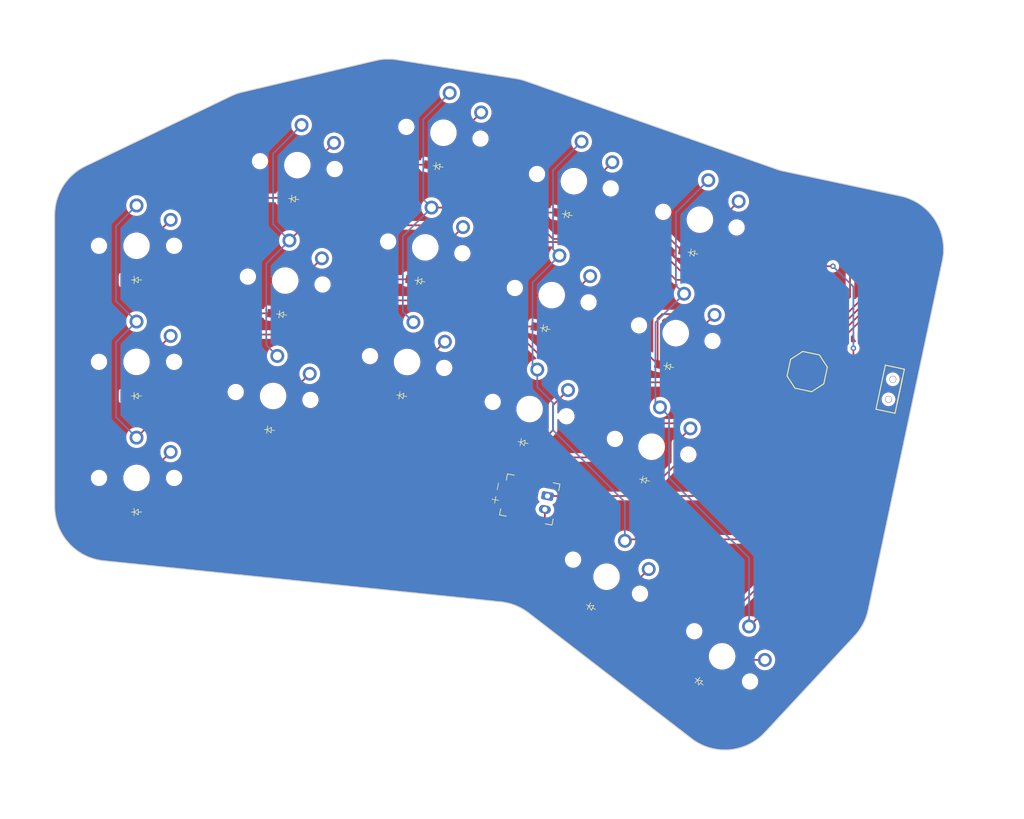
<source format=kicad_pcb>
(kicad_pcb (version 20241229) (generator "pcbnew") (generator_version "9.0")
  (title_block (title "splave-ferris_choc_v1_left") (rev "v1.0.0") (company "Unknown"))
  (layers (0 "F.Cu" signal) (2 "B.Cu" signal) (13 "F.Paste" user) (15 "B.Paste" user) (5 "F.SilkS" user "F.Silkscreen") (7 "B.SilkS" user "B.Silkscreen") (1 "F.Mask" user) (3 "B.Mask" user) (25 "Edge.Cuts" user))
  (net 0 "")
  (net 1 "D4")
  (net 2 "pinky_bottom")
  (net 3 "GND")
  (net 4 "D1")
  (net 5 "D2")
  (net 6 "pinky_home")
  (net 7 "pinky_top")
  (net 8 "ring_bottom")
  (net 9 "ring_home")
  (net 10 "ring_top")
  (net 11 "middle_bottom")
  (net 12 "middle_home")
  (net 13 "middle_top")
  (net 14 "D10")
  (net 15 "index_bottom")
  (net 16 "index_home")
  (net 17 "index_top")
  (net 18 "D8")
  (net 19 "inner_bottom")
  (net 20 "inner_home")
  (net 21 "inner_top")
  (net 22 "near_fan")
  (net 23 "far_fan")
  (net 24 "D5")
  (net 25 "D3")
  (net 26 "D0")
  (net 27 "D9")
  (net 28 "D6")
  (net 29 "D7")
  (net 30 "RAW3V3")
  (net 31 "RAW5V")
  (net 32 "CLK")
  (net 33 "DIO")
  (net 34 "RST")
  (net 35 "BAT")
  (net 36 "NFC1")
  (net 37 "NFC2")
  (net 38 "BATCON")
  (footprint "E73:SPDT_C128955" (layer "F.Cu") (at 210.459494 87.024253 -102)
    (property "Reference" "T1" (hide yes))
    (property "Value" "" (hide yes))
    (pad "" smd rect (at -3.7 -1.1 258) (size 0.9 0.9) (layers "F.Cu" "F.Mask" "F.Paste"))
    (pad "" smd rect (at -3.7 1.1 258) (size 0.9 0.9) (layers "F.Cu" "F.Mask" "F.Paste"))
    (pad "" np_thru_hole circle (at -1.5 -0.000002) (size 1 1) (drill 0.9) (layers "*.Cu" "*.Mask"))
    (pad "" np_thru_hole circle (at 1.5 0.000002) (size 1 1) (drill 0.9) (layers "*.Cu" "*.Mask"))
    (pad "" smd rect (at 3.7 -1.1 258) (size 0.9 0.9) (layers "F.Cu" "F.Mask" "F.Paste"))
    (pad "" smd rect (at 3.7 1.1 258) (size 0.9 0.9) (layers "F.Cu" "F.Mask" "F.Paste"))
    (pad "1" smd rect (at 2.25 2.075 258) (size 0.9 1.25) (layers "F.Cu" "F.Mask" "F.Paste") (net 38 "BATCON"))
    (pad "2" smd rect (at -0.749998 2.075 258) (size 0.9 1.25) (layers "F.Cu" "F.Mask" "F.Paste") (net 35 "BAT"))
    (pad "3" smd rect (at -2.25 2.075 258) (size 0.9 1.25) (layers "F.Cu" "F.Mask" "F.Paste"))
  )
  (footprint "E73:SW_TACT_ALPS_SKQGABE010" (layer "F.Cu") (at 198.232649 84.425356 -102)
    (property "Reference" "B1" (hide yes))
    (property "Value" "" (hide yes))
    (pad "1" smd rect (at -3.1 -1.85 258) (size 1.8 1.1) (layers "F.Cu" "F.Mask" "F.Paste") (net 3 "GND"))
    (pad "1" smd rect (at 3.1 -1.85 258) (size 1.8 1.1) (layers "F.Cu" "F.Mask" "F.Paste") (net 3 "GND"))
    (pad "2" smd rect (at -3.1 1.85 258) (size 1.8 1.1) (layers "F.Cu" "F.Mask" "F.Paste") (net 34 "RST"))
    (pad "2" smd rect (at 3.1 1.85 258) (size 1.8 1.1) (layers "F.Cu" "F.Mask" "F.Paste") (net 34 "RST"))
  )
  (footprint "ceoloide:diode_tht_sod123" (layer "F.Cu") (at 156.616373 94.824245 -11)
    (property "Reference" "D10" (hide yes))
    (property "Value" "")
    (pad "1" smd rect (at -1.65 0 349) (size 0.9 1.2) (layers "F.Cu" "F.Mask" "F.Paste") (net 24 "D5"))
    (pad "2" smd rect (at 1.65 0 349) (size 0.9 1.2) (layers "F.Cu" "F.Mask" "F.Paste") (net 15 "index_bottom"))
  )
  (footprint "ceoloide:diode_tht_sod123" (layer "F.Cu") (at 121.254342 76.065737 -6)
    (property "Reference" "D5" (hide yes))
    (property "Value" "")
    (pad "1" smd rect (at -1.65 0 354) (size 0.9 1.2) (layers "F.Cu" "F.Mask" "F.Paste") (net 25 "D3"))
    (pad "2" smd rect (at 1.65 0 354) (size 0.9 1.2) (layers "F.Cu" "F.Mask" "F.Paste") (net 9 "ring_home"))
  )
  (footprint "ceoloide:diode_tht_sod123" (layer "F.Cu") (at 177.942006 83.690639 -12)
    (property "Reference" "D14" (hide yes))
    (property "Value" "")
    (pad "1" smd rect (at -1.65 0 348) (size 0.9 1.2) (layers "F.Cu" "F.Mask" "F.Paste") (net 25 "D3"))
    (pad "2" smd rect (at 1.65 0 348) (size 0.9 1.2) (layers "F.Cu" "F.Mask" "F.Paste") (net 20 "inner_home"))
  )
  (footprint "xiao_smd" (layer "F.Cu") (at 204.493679 69.39873 -12)
    (property "Reference" "MCU1" (hide yes))
    (property "Value" "")
    (pad "1" smd oval (at -7.62 -7.62 168) (size 2.75 1.8) (drill (offset 0.475 0)) (layers "F.Cu" "F.Mask" "F.Paste") (net 26 "D0"))
    (pad "2" smd oval (at -7.62 -5.08 168) (size 2.75 1.8) (drill (offset 0.475 0)) (layers "F.Cu" "F.Mask" "F.Paste") (net 4 "D1"))
    (pad "3" smd oval (at -7.62 -2.54 168) (size 2.75 1.8) (drill (offset 0.475 0)) (layers "F.Cu" "F.Mask" "F.Paste") (net 5 "D2"))
    (pad "4" smd oval (at -7.62 0 168) (size 2.75 1.8) (drill (offset 0.475 0)) (layers "F.Cu" "F.Mask" "F.Paste") (net 25 "D3"))
    (pad "5" smd oval (at -7.62 2.54 168) (size 2.75 1.8) (drill (offset 0.475 0)) (layers "F.Cu" "F.Mask" "F.Paste") (net 1 "D4"))
    (pad "6" smd oval (at -7.62 5.08 168) (size 2.75 1.8) (drill (offset 0.475 0)) (layers "F.Cu" "F.Mask" "F.Paste") (net 24 "D5"))
    (pad "7" smd oval (at -7.62 7.62 168) (size 2.75 1.8) (drill (offset 0.475 0)) (layers "F.Cu" "F.Mask" "F.Paste") (net 28 "D6"))
    (pad "8" smd oval (at 7.62 7.62 348) (size 2.75 1.8) (drill (offset 0.475 0)) (layers "F.Cu" "F.Mask" "F.Paste") (net 29 "D7"))
    (pad "9" smd oval (at 7.62 5.08 348) (size 2.75 1.8) (drill (offset 0.475 0)) (layers "F.Cu" "F.Mask" "F.Paste") (net 18 "D8"))
    (pad "10" smd oval (at 7.62 2.54 348) (size 2.75 1.8) (drill (offset 0.475 0)) (layers "F.Cu" "F.Mask" "F.Paste") (net 27 "D9"))
    (pad "11" smd oval (at 7.62 0 348) (size 2.75 1.8) (drill (offset 0.475 0)) (layers "F.Cu" "F.Mask" "F.Paste") (net 14 "D10"))
    (pad "12" smd oval (at 7.62 -2.54 348) (size 2.75 1.8) (drill (offset 0.475 0)) (layers "F.Cu" "F.Mask" "F.Paste") (net 30 "RAW3V3"))
    (pad "13" smd oval (at 7.62 -5.08 348) (size 2.75 1.8) (drill (offset 0.475 0)) (layers "F.Cu" "F.Mask" "F.Paste") (net 3 "GND"))
    (pad "14" smd oval (at 7.62 -7.62 348) (size 2.75 1.8) (drill (offset 0.475 0)) (layers "F.Cu" "F.Mask" "F.Paste") (net 31 "RAW5V"))
    (pad "15" smd circle (at -1.27 -8.572 78) (size 1.397 1.397) (layers "F.Cu" "F.Mask") (net 32 "CLK"))
    (pad "16" smd circle (at 1.27 -8.572 78) (size 1.397 1.397) (layers "F.Cu" "F.Mask") (net 33 "DIO"))
    (pad "17" smd circle (at -1.27 -6.032 78) (size 1.397 1.397) (layers "F.Cu" "F.Mask" "F.Paste") (net 34 "RST"))
    (pad "18" smd circle (at 1.27 -6.032 78) (size 1.397 1.397) (layers "F.Cu" "F.Mask"))
    (pad "19" smd circle (at -4.445 -0.317 168) (size 1.397 1.397) (layers "F.Cu" "F.Mask" "F.Paste") (net 35 "BAT"))
    (pad "20" smd circle (at 3.810001 9.208 168) (size 1.397 1.397) (layers "F.Cu" "F.Mask") (net 36 "NFC1"))
    (pad "21" smd circle (at 5.715 9.208 168) (size 1.397 1.397) (layers "F.Cu" "F.Mask") (net 37 "NFC2"))
  )
  (footprint "ceoloide:diode_tht_sod123" (layer "F.Cu") (at 181.476505 67.06213 -12)
    (property "Reference" "D15" (hide yes))
    (property "Value" "")
    (pad "1" smd rect (at -1.65 0 348) (size 0.9 1.2) (layers "F.Cu" "F.Mask" "F.Paste") (net 26 "D0"))
    (pad "2" smd rect (at 1.65 0 348) (size 0.9 1.2) (layers "F.Cu" "F.Mask" "F.Paste") (net 21 "inner_top"))
  )
  (footprint "ceoloide:diode_tht_sod123" (layer "F.Cu") (at 163.103879 61.448921 -11)
    (property "Reference" "D12" (hide yes))
    (property "Value" "")
    (pad "1" smd rect (at -1.65 0 349) (size 0.9 1.2) (layers "F.Cu" "F.Mask" "F.Paste") (net 26 "D0"))
    (pad "2" smd rect (at 1.65 0 349) (size 0.9 1.2) (layers "F.Cu" "F.Mask" "F.Paste") (net 17 "index_top"))
  )
  (footprint "ceoloide:diode_tht_sod123" (layer "F.Cu") (at 159.860126 78.136583 -11)
    (property "Reference" "D11" (hide yes))
    (property "Value" "")
    (pad "1" smd rect (at -1.65 0 349) (size 0.9 1.2) (layers "F.Cu" "F.Mask" "F.Paste") (net 25 "D3"))
    (pad "2" smd rect (at 1.65 0 349) (size 0.9 1.2) (layers "F.Cu" "F.Mask" "F.Paste") (net 16 "index_home"))
  )
  (footprint "ceoloide:battery_connector_jst_ph_2" (layer "F.Cu") (at 159.998037 103.631307 -101)
    (property "Reference" "JST1" (hide yes))
    (property "Value" "")
    (pad "1" thru_hole roundrect (at -1 0 259) (size 1.2 1.75) (drill 0.75) (layers "*.Cu" "*.Mask") (roundrect_rratio 0.2) (net 3 "GND"))
    (pad "2" thru_hole oval (at 1 0 259) (size 1.2 1.75) (drill 0.75) (layers "*.Cu" "*.Mask") (net 38 "BATCON"))
  )
  (footprint "ceoloide:diode_tht_sod123" (layer "F.Cu") (at 100 105)
    (property "Reference" "D1" (hide yes))
    (property "Value" "")
    (pad "1" smd rect (at -1.65 0) (size 0.9 1.2) (layers "F.Cu" "F.Mask" "F.Paste") (net 24 "D5"))
    (pad "2" smd rect (at 1.65 0) (size 0.9 1.2) (layers "F.Cu" "F.Mask" "F.Paste") (net 2 "pinky_bottom"))
  )
  (footprint "ceoloide:diode_tht_sod123" (layer "F.Cu") (at 123.031326 59.158865 -6)
    (property "Reference" "D6" (hide yes))
    (property "Value" "")
    (pad "1" smd rect (at -1.65 0 354) (size 0.9 1.2) (layers "F.Cu" "F.Mask" "F.Paste") (net 26 "D0"))
    (pad "2" smd rect (at 1.65 0 354) (size 0.9 1.2) (layers "F.Cu" "F.Mask" "F.Paste") (net 10 "ring_top"))
  )
  (footprint "ceoloide:diode_tht_sod123" (layer "F.Cu") (at 100 88)
    (property "Reference" "D2" (hide yes))
    (property "Value" "")
    (pad "1" smd rect (at -1.65 0) (size 0.9 1.2) (layers "F.Cu" "F.Mask" "F.Paste") (net 25 "D3"))
    (pad "2" smd rect (at 1.65 0) (size 0.9 1.2) (layers "F.Cu" "F.Mask" "F.Paste") (net 6 "pinky_home"))
  )
  (footprint "ceoloide:diode_tht_sod123" (layer "F.Cu") (at 182.427101 129.852818 -42)
    (property "Reference" "D17" (hide yes))
    (property "Value" "")
    (pad "1" smd rect (at -1.65 0 318) (size 0.9 1.2) (layers "F.Cu" "F.Mask" "F.Paste") (net 27 "D9"))
    (pad "2" smd rect (at 1.65 0 318) (size 0.9 1.2) (layers "F.Cu" "F.Mask" "F.Paste") (net 23 "far_fan"))
  )
  (footprint "ceoloide:diode_tht_sod123" (layer "F.Cu") (at 144.164215 54.381426 -9)
    (property "Reference" "D9" (hide yes))
    (property "Value" "")
    (pad "1" smd rect (at -1.65 0 351) (size 0.9 1.2) (layers "F.Cu" "F.Mask" "F.Paste") (net 26 "D0"))
    (pad "2" smd rect (at 1.65 0 351) (size 0.9 1.2) (layers "F.Cu" "F.Mask" "F.Paste") (net 13 "middle_top"))
  )
  (footprint "ceoloide:diode_tht_sod123" (layer "F.Cu") (at 141.504829 71.172127 -9)
    (property "Reference" "D8" (hide yes))
    (property "Value" "")
    (pad "1" smd rect (at -1.65 0 351) (size 0.9 1.2) (layers "F.Cu" "F.Mask" "F.Paste") (net 25 "D3"))
    (pad "2" smd rect (at 1.65 0 351) (size 0.9 1.2) (layers "F.Cu" "F.Mask" "F.Paste") (net 12 "middle_home"))
  )
  (footprint "ceoloide:diode_tht_sod123" (layer "F.Cu") (at 100 71)
    (property "Reference" "D3" (hide yes))
    (property "Value" "")
    (pad "1" smd rect (at -1.65 0) (size 0.9 1.2) (layers "F.Cu" "F.Mask" "F.Paste") (net 26 "D0"))
    (pad "2" smd rect (at 1.65 0) (size 0.9 1.2) (layers "F.Cu" "F.Mask" "F.Paste") (net 7 "pinky_top"))
  )
  (footprint "ceoloide:diode_tht_sod123" (layer "F.Cu") (at 166.573511 118.926616 -27)
    (property "Reference" "D16" (hide yes))
    (property "Value" "")
    (pad "1" smd rect (at -1.65 0 333) (size 0.9 1.2) (layers "F.Cu" "F.Mask" "F.Paste") (net 27 "D9"))
    (pad "2" smd rect (at 1.65 0 333) (size 0.9 1.2) (layers "F.Cu" "F.Mask" "F.Paste") (net 22 "near_fan"))
  )
  (footprint "ceoloide:diode_tht_sod123" (layer "F.Cu") (at 174.407507 100.319148 -12)
    (property "Reference" "D13" (hide yes))
    (property "Value" "")
    (pad "1" smd rect (at -1.65 0 348) (size 0.9 1.2) (layers "F.Cu" "F.Mask" "F.Paste") (net 24 "D5"))
    (pad "2" smd rect (at 1.65 0 348) (size 0.9 1.2) (layers "F.Cu" "F.Mask" "F.Paste") (net 19 "inner_bottom"))
  )
  (footprint "ceoloide:diode_tht_sod123" (layer "F.Cu") (at 119.477358 92.97261 -6)
    (property "Reference" "D4" (hide yes))
    (property "Value" "")
    (pad "1" smd rect (at -1.65 0 354) (size 0.9 1.2) (layers "F.Cu" "F.Mask" "F.Paste") (net 24 "D5"))
    (pad "2" smd rect (at 1.65 0 354) (size 0.9 1.2) (layers "F.Cu" "F.Mask" "F.Paste") (net 8 "ring_bottom"))
  )
  (footprint "ceoloide:diode_tht_sod123" (layer "F.Cu") (at 138.845443 87.962829 -9)
    (property "Reference" "D7" (hide yes))
    (property "Value" "")
    (pad "1" smd rect (at -1.65 0 351) (size 0.9 1.2) (layers "F.Cu" "F.Mask" "F.Paste") (net 24 "D5"))
    (pad "2" smd rect (at 1.65 0 351) (size 0.9 1.2) (layers "F.Cu" "F.Mask" "F.Paste") (net 11 "middle_bottom"))
  )
  (footprint "ceoloide:switch_choc_v1_v2" (layer "B.Cu") (at 157.570418 89.916109 -11)
    (property "Reference" "S10" (hide yes))
    (property "Value" "")
    (pad "" np_thru_hole circle (at -5.5 0.000002 349) (size 1.9 1.9) (drill 1.9) (layers "*.Cu" "*.Mask"))
    (pad "" np_thru_hole circle (at 0 0 349) (size 3.4 3.4) (drill 3.4) (layers "*.Cu" "*.Mask"))
    (pad "" np_thru_hole circle (at 5.5 -0.000002 349) (size 1.9 1.9) (drill 1.9) (layers "*.Cu" "*.Mask"))
    (pad "1" thru_hole circle (at 5 -3.8 184) (size 2.032 2.032) (drill 1.27) (layers "*.Cu" "*.Mask") (net 15 "index_bottom"))
    (pad "2" thru_hole circle (at 0 -5.9 184) (size 2.032 2.032) (drill 1.27) (layers "*.Cu" "*.Mask") (net 14 "D10"))
  )
  (footprint "ceoloide:switch_choc_v1_v2" (layer "B.Cu") (at 175.447066 95.42841 -12)
    (property "Reference" "S13" (hide yes))
    (property "Value" "")
    (pad "" np_thru_hole circle (at -5.5 0 348) (size 1.9 1.9) (drill 1.9) (layers "*.Cu" "*.Mask"))
    (pad "" np_thru_hole circle (at 0 0 348) (size 3.4 3.4) (drill 3.4) (layers "*.Cu" "*.Mask"))
    (pad "" np_thru_hole circle (at 5.5 0 348) (size 1.9 1.9) (drill 1.9) (layers "*.Cu" "*.Mask"))
    (pad "1" thru_hole circle (at 5 -3.799999 183) (size 2.032 2.032) (drill 1.27) (layers "*.Cu" "*.Mask") (net 19 "inner_bottom"))
    (pad "2" thru_hole circle (at 0 -5.9 183) (size 2.032 2.032) (drill 1.27) (layers "*.Cu" "*.Mask") (net 18 "D8"))
  )
  (footprint "ceoloide:switch_choc_v1_v2" (layer "B.Cu") (at 144.946387 49.442984 -9)
    (property "Reference" "S9" (hide yes))
    (property "Value" "")
    (pad "" np_thru_hole circle (at -5.5 0 351) (size 1.9 1.9) (drill 1.9) (layers "*.Cu" "*.Mask"))
    (pad "" np_thru_hole circle (at 0 0 351) (size 3.4 3.4) (drill 3.4) (layers "*.Cu" "*.Mask"))
    (pad "" np_thru_hole circle (at 5.5 0 351) (size 1.9 1.9) (drill 1.9) (layers "*.Cu" "*.Mask"))
    (pad "1" thru_hole circle (at 5 -3.8 186) (size 2.032 2.032) (drill 1.27) (layers "*.Cu" "*.Mask") (net 13 "middle_top"))
    (pad "2" thru_hole circle (at 0 -5.9 186) (size 2.032 2.032) (drill 1.27) (layers "*.Cu" "*.Mask") (net 4 "D1"))
  )
  (footprint "ceoloide:switch_choc_v1_v2" (layer "B.Cu") (at 185.772754 126.137094 -42)
    (property "Reference" "S17" (hide yes))
    (property "Value" "")
    (pad "" np_thru_hole circle (at -5.5 0.000001 318) (size 1.9 1.9) (drill 1.9) (layers "*.Cu" "*.Mask"))
    (pad "" np_thru_hole circle (at 0 0 318) (size 3.4 3.4) (drill 3.4) (layers "*.Cu" "*.Mask"))
    (pad "" np_thru_hole circle (at 5.5 -0.000001 318) (size 1.9 1.9) (drill 1.9) (layers "*.Cu" "*.Mask"))
    (pad "1" thru_hole circle (at 5 -3.799999 153) (size 2.032 2.032) (drill 1.27) (layers "*.Cu" "*.Mask") (net 23 "far_fan"))
    (pad "2" thru_hole circle (at 0.000001 -5.9 153) (size 2.032 2.032) (drill 1.27) (layers "*.Cu" "*.Mask") (net 18 "D8"))
  )
  (footprint "ceoloide:switch_choc_v1_v2" (layer "B.Cu") (at 100 83)
    (property "Reference" "S2" (hide yes))
    (property "Value" "")
    (pad "" np_thru_hole circle (at -5.5 0) (size 1.9 1.9) (drill 1.9) (layers "*.Cu" "*.Mask"))
    (pad "" np_thru_hole circle (at 0 0) (size 3.4 3.4) (drill 3.4) (layers "*.Cu" "*.Mask"))
    (pad "" np_thru_hole circle (at 5.5 0) (size 1.9 1.9) (drill 1.9) (layers "*.Cu" "*.Mask"))
    (pad "1" thru_hole circle (at 5 -3.8 195) (size 2.032 2.032) (drill 1.27) (layers "*.Cu" "*.Mask") (net 6 "pinky_home"))
    (pad "2" thru_hole circle (at 0 -5.9 195) (size 2.032 2.032) (drill 1.27) (layers "*.Cu" "*.Mask") (net 1 "D4"))
  )
  (footprint "ceoloide:switch_choc_v1_v2" (layer "B.Cu") (at 100 100)
    (property "Reference" "S1" (hide yes))
    (property "Value" "")
    (pad "" np_thru_hole circle (at -5.5 0) (size 1.9 1.9) (drill 1.9) (layers "*.Cu" "*.Mask"))
    (pad "" np_thru_hole circle (at 0 0) (size 3.4 3.4) (drill 3.4) (layers "*.Cu" "*.Mask"))
    (pad "" np_thru_hole circle (at 5.5 0) (size 1.9 1.9) (drill 1.9) (layers "*.Cu" "*.Mask"))
    (pad "1" thru_hole circle (at 5 -3.8 195) (size 2.032 2.032) (drill 1.27) (layers "*.Cu" "*.Mask") (net 2 "pinky_bottom"))
    (pad "2" thru_hole circle (at 0 -5.9 195) (size 2.032 2.032) (drill 1.27) (layers "*.Cu" "*.Mask") (net 1 "D4"))
  )
  (footprint "ceoloide:switch_choc_v1_v2" (layer "B.Cu") (at 100 66)
    (property "Reference" "S3" (hide yes))
    (property "Value" "")
    (pad "" np_thru_hole circle (at -5.5 0) (size 1.9 1.9) (drill 1.9) (layers "*.Cu" "*.Mask"))
    (pad "" np_thru_hole circle (at 0 0) (size 3.4 3.4) (drill 3.4) (layers "*.Cu" "*.Mask"))
    (pad "" np_thru_hole circle (at 5.5 0) (size 1.9 1.9) (drill 1.9) (layers "*.Cu" "*.Mask"))
    (pad "1" thru_hole circle (at 5 -3.8 195) (size 2.032 2.032) (drill 1.27) (layers "*.Cu" "*.Mask") (net 7 "pinky_top"))
    (pad "2" thru_hole circle (at 0 -5.9 195) (size 2.032 2.032) (drill 1.27) (layers "*.Cu" "*.Mask") (net 1 "D4"))
  )
  (footprint "ceoloide:switch_choc_v1_v2" (layer "B.Cu") (at 160.814171 73.228447 -11)
    (property "Reference" "S11" (hide yes))
    (property "Value" "")
    (pad "" np_thru_hole circle (at -5.5 0.000002 349) (size 1.9 1.9) (drill 1.9) (layers "*.Cu" "*.Mask"))
    (pad "" np_thru_hole circle (at 0 0 349) (size 3.4 3.4) (drill 3.4) (layers "*.Cu" "*.Mask"))
    (pad "" np_thru_hole circle (at 5.5 -0.000002 349) (size 1.9 1.9) (drill 1.9) (layers "*.Cu" "*.Mask"))
    (pad "1" thru_hole circle (at 5 -3.8 184) (size 2.032 2.032) (drill 1.27) (layers "*.Cu" "*.Mask") (net 16 "index_home"))
    (pad "2" thru_hole circle (at 0 -5.9 184) (size 2.032 2.032) (drill 1.27) (layers "*.Cu" "*.Mask") (net 14 "D10"))
  )
  (footprint "ceoloide:switch_choc_v1_v2" (layer "B.Cu") (at 142.287001 66.233686 -9)
    (property "Reference" "S8" (hide yes))
    (property "Value" "")
    (pad "" np_thru_hole circle (at -5.5 0 351) (size 1.9 1.9) (drill 1.9) (layers "*.Cu" "*.Mask"))
    (pad "" np_thru_hole circle (at 0 0 351) (size 3.4 3.4) (drill 3.4) (layers "*.Cu" "*.Mask"))
    (pad "" np_thru_hole circle (at 5.5 0 351) (size 1.9 1.9) (drill 1.9) (layers "*.Cu" "*.Mask"))
    (pad "1" thru_hole circle (at 5 -3.8 186) (size 2.032 2.032) (drill 1.27) (layers "*.Cu" "*.Mask") (net 12 "middle_home"))
    (pad "2" thru_hole circle (at 0 -5.9 186) (size 2.032 2.032) (drill 1.27) (layers "*.Cu" "*.Mask") (net 4 "D1"))
  )
  (footprint "ceoloide:switch_choc_v1_v2" (layer "B.Cu") (at 121.776984 71.093128 -6)
    (property "Reference" "S5" (hide yes))
    (property "Value" "")
    (pad "" np_thru_hole circle (at -5.5 0 354) (size 1.9 1.9) (drill 1.9) (layers "*.Cu" "*.Mask"))
    (pad "" np_thru_hole circle (at 0 0 354) (size 3.4 3.4) (drill 3.4) (layers "*.Cu" "*.Mask"))
    (pad "" np_thru_hole circle (at 5.5 0 354) (size 1.9 1.9) (drill 1.9) (layers "*.Cu" "*.Mask"))
    (pad "1" thru_hole circle (at 5 -3.8 189) (size 2.032 2.032) (drill 1.27) (layers "*.Cu" "*.Mask") (net 9 "ring_home"))
    (pad "2" thru_hole circle (at 0 -5.9 189) (size 2.032 2.032) (drill 1.27) (layers "*.Cu" "*.Mask") (net 5 "D2"))
  )
  (footprint "ceoloide:switch_choc_v1_v2" (layer "B.Cu") (at 182.516063 62.171392 -12)
    (property "Reference" "S15" (hide yes))
    (property "Value" "")
    (pad "" np_thru_hole circle (at -5.5 0 348) (size 1.9 1.9) (drill 1.9) (layers "*.Cu" "*.Mask"))
    (pad "" np_thru_hole circle (at 0 0 348) (size 3.4 3.4) (drill 3.4) (layers "*.Cu" "*.Mask"))
    (pad "" np_thru_hole circle (at 5.5 0 348) (size 1.9 1.9) (drill 1.9) (layers "*.Cu" "*.Mask"))
    (pad "1" thru_hole circle (at 5 -3.799999 183) (size 2.032 2.032) (drill 1.27) (layers "*.Cu" "*.Mask") (net 21 "inner_top"))
    (pad "2" thru_hole circle (at 0 -5.9 183) (size 2.032 2.032) (drill 1.27) (layers "*.Cu" "*.Mask") (net 18 "D8"))
  )
  (footprint "ceoloide:switch_choc_v1_v2" (layer "B.Cu") (at 139.627615 83.024388 -9)
    (property "Reference" "S7" (hide yes))
    (property "Value" "")
    (pad "" np_thru_hole circle (at -5.5 0 351) (size 1.9 1.9) (drill 1.9) (layers "*.Cu" "*.Mask"))
    (pad "" np_thru_hole circle (at 0 0 351) (size 3.4 3.4) (drill 3.4) (layers "*.Cu" "*.Mask"))
    (pad "" np_thru_hole circle (at 5.5 0 351) (size 1.9 1.9) (drill 1.9) (layers "*.Cu" "*.Mask"))
    (pad "1" thru_hole circle (at 5 -3.8 186) (size 2.032 2.032) (drill 1.27) (layers "*.Cu" "*.Mask") (net 11 "middle_bottom"))
    (pad "2" thru_hole circle (at 0 -5.9 186) (size 2.032 2.032) (drill 1.27) (layers "*.Cu" "*.Mask") (net 4 "D1"))
  )
  (footprint "ceoloide:switch_choc_v1_v2" (layer "B.Cu") (at 168.843463 114.471583 -27)
    (property "Reference" "S16" (hide yes))
    (property "Value" "")
    (pad "" np_thru_hole circle (at -5.5 0 333) (size 1.9 1.9) (drill 1.9) (layers "*.Cu" "*.Mask"))
    (pad "" np_thru_hole circle (at 0 0 333) (size 3.4 3.4) (drill 3.4) (layers "*.Cu" "*.Mask"))
    (pad "" np_thru_hole circle (at 5.5 0 333) (size 1.9 1.9) (drill 1.9) (layers "*.Cu" "*.Mask"))
    (pad "1" thru_hole circle (at 5.000001 -3.8 168) (size 2.032 2.032) (drill 1.27) (layers "*.Cu" "*.Mask") (net 22 "near_fan"))
    (pad "2" thru_hole circle (at 0 -5.9 168) (size 2.032 2.032) (drill 1.27) (layers "*.Cu" "*.Mask") (net 14 "D10"))
  )
  (footprint "ceoloide:switch_choc_v1_v2" (layer "B.Cu") (at 123.553968 54.186256 -6)
    (property "Reference" "S6" (hide yes))
    (property "Value" "")
    (pad "" np_thru_hole circle (at -5.5 0 354) (size 1.9 1.9) (drill 1.9) (layers "*.Cu" "*.Mask"))
    (pad "" np_thru_hole circle (at 0 0 354) (size 3.4 3.4) (drill 3.4) (layers "*.Cu" "*.Mask"))
    (pad "" np_thru_hole circle (at 5.5 0 354) (size 1.9 1.9) (drill 1.9) (layers "*.Cu" "*.Mask"))
    (pad "1" thru_hole circle (at 5 -3.8 189) (size 2.032 2.032) (drill 1.27) (layers "*.Cu" "*.Mask") (net 10 "ring_top"))
    (pad "2" thru_hole circle (at 0 -5.9 189) (size 2.032 2.032) (drill 1.27) (layers "*.Cu" "*.Mask") (net 5 "D2"))
  )
  (footprint "ceoloide:switch_choc_v1_v2" (layer "B.Cu") (at 120 88 -6)
    (property "Reference" "S4" (hide yes))
    (property "Value" "")
    (pad "" np_thru_hole circle (at -5.5 0 354) (size 1.9 1.9) (drill 1.9) (layers "*.Cu" "*.Mask"))
    (pad "" np_thru_hole circle (at 0 0 354) (size 3.4 3.4) (drill 3.4) (layers "*.Cu" "*.Mask"))
    (pad "" np_thru_hole circle (at 5.5 0 354) (size 1.9 1.9) (drill 1.9) (layers "*.Cu" "*.Mask"))
    (pad "1" thru_hole circle (at 5 -3.8 189) (size 2.032 2.032) (drill 1.27) (layers "*.Cu" "*.Mask") (net 8 "ring_bottom"))
    (pad "2" thru_hole circle (at 0 -5.9 189) (size 2.032 2.032) (drill 1.27) (layers "*.Cu" "*.Mask") (net 5 "D2"))
  )
  (footprint "ceoloide:switch_choc_v1_v2" (layer "B.Cu") (at 178.981565 78.799901 -12)
    (property "Reference" "S14" (hide yes))
    (property "Value" "")
    (pad "" np_thru_hole circle (at -5.5 0 348) (size 1.9 1.9) (drill 1.9) (layers "*.Cu" "*.Mask"))
    (pad "" np_thru_hole circle (at 0 0 348) (size 3.4 3.4) (drill 3.4) (layers "*.Cu" "*.Mask"))
    (pad "" np_thru_hole circle (at 5.5 0 348) (size 1.9 1.9) (drill 1.9) (layers "*.Cu" "*.Mask"))
    (pad "1" thru_hole circle (at 5 -3.799999 183) (size 2.032 2.032) (drill 1.27) (layers "*.Cu" "*.Mask") (net 20 "inner_home"))
    (pad "2" thru_hole circle (at 0 -5.9 183) (size 2.032 2.032) (drill 1.27) (layers "*.Cu" "*.Mask") (net 18 "D8"))
  )
  (footprint "ceoloide:switch_choc_v1_v2" (layer "B.Cu") (at 164.057924 56.540785 -11)
    (property "Reference" "S12" (hide yes))
    (property "Value" "")
    (pad "" np_thru_hole circle (at -5.5 0.000002 349) (size 1.9 1.9) (drill 1.9) (layers "*.Cu" "*.Mask"))
    (pad "" np_thru_hole circle (at 0 0 349) (size 3.4 3.4) (drill 3.4) (layers "*.Cu" "*.Mask"))
    (pad "" np_thru_hole circle (at 5.5 -0.000002 349) (size 1.9 1.9) (drill 1.9) (layers "*.Cu" "*.Mask"))
    (pad "1" thru_hole circle (at 5 -3.8 184) (size 2.032 2.032) (drill 1.27) (layers "*.Cu" "*.Mask") (net 17 "index_top"))
    (pad "2" thru_hole circle (at 0 -5.9 184) (size 2.032 2.032) (drill 1.27) (layers "*.Cu" "*.Mask") (net 14 "D10"))
  )
  (gr_line (start 153.359294 118.16229) (end 95.176688 112.142524) (stroke (width 0.15)) (layer "Edge.Cuts"))
  (gr_arc (start 194.775493 55.064978) (mid 194.277158 54.942223) (end 193.78772 54.787767) (stroke (width 0.15)) (layer "Edge.Cuts"))
  (gr_arc (start 135.019905 38.859172) (mid 136.561441 38.64967) (end 138.114378 38.742481) (stroke (width 0.15)) (layer "Edge.Cuts"))
  (gr_line (start 88 104.185002) (end 88 61.527372) (stroke (width 0.15)) (layer "Edge.Cuts"))
  (gr_line (start 218.041244 68.188992) (end 207.169828 119.334983) (stroke (width 0.15)) (layer "Edge.Cuts"))
  (gr_arc (start 192.029247 137.294288) (mid 186.829184 139.820854) (end 181.284484 138.183635) (stroke (width 0.15)) (layer "Edge.Cuts"))
  (gr_arc (start 113.81944 44.069653) (mid 114.617463 43.737295) (end 115.446688 43.492985) (stroke (width 0.15)) (layer "Edge.Cuts"))
  (gr_line (start 181.284484 138.183635) (end 157.420777 119.784295) (stroke (width 0.15)) (layer "Edge.Cuts"))
  (gr_arc (start 153.359294 118.16229) (mid 155.503025 118.690367) (end 157.420777 119.784295) (stroke (width 0.15)) (layer "Edge.Cuts"))
  (gr_line (start 205.204616 123.11786) (end 192.029247 137.294288) (stroke (width 0.15)) (layer "Edge.Cuts"))
  (gr_arc (start 87.999999 61.527372) (mid 89.226449 57.270727) (end 92.529755 54.319223) (stroke (width 0.15)) (layer "Edge.Cuts"))
  (gr_line (start 194.775493 55.064979) (end 211.879357 58.700517) (stroke (width 0.15)) (layer "Edge.Cuts"))
  (gr_arc (start 95.176688 112.142524) (mid 90.059188 109.54287) (end 88 104.185002) (stroke (width 0.15)) (layer "Edge.Cuts"))
  (gr_line (start 115.446688 43.492985) (end 135.019905 38.859172) (stroke (width 0.15)) (layer "Edge.Cuts"))
  (gr_line (start 92.529755 54.319223) (end 113.81944 44.069653) (stroke (width 0.15)) (layer "Edge.Cuts"))
  (gr_line (start 156.993179 41.864453) (end 193.78772 54.787767) (stroke (width 0.15)) (layer "Edge.Cuts"))
  (gr_arc (start 207.169828 119.334983) (mid 206.443828 121.359729) (end 205.204616 123.11786) (stroke (width 0.15)) (layer "Edge.Cuts"))
  (gr_line (start 138.114378 38.742481) (end 155.593589 41.510916) (stroke (width 0.15)) (layer "Edge.Cuts"))
  (gr_arc (start 211.879358 58.700518) (mid 216.925428 62.168587) (end 218.041244 68.188992) (stroke (width 0.15)) (layer "Edge.Cuts"))
  (gr_arc (start 155.593589 41.510916) (mid 156.301375 41.656051) (end 156.993179 41.864453) (stroke (width 0.15)) (layer "Edge.Cuts"))
  (segment (start 196.512099 70.298938) (end 193.701062 70.298938) (width 0.25) (layer "F.Cu") (net 1))
  (segment (start 187 77) (end 187 81) (width 0.25) (layer "F.Cu") (net 1))
  (segment (start 130 74) (end 125 79) (width 0.25) (layer "F.Cu") (net 1))
  (segment (start 193.701062 70.298938) (end 187 77) (width 0.25) (layer "F.Cu") (net 1))
  (segment (start 151 74) (end 130 74) (width 0.25) (layer "F.Cu") (net 1))
  (segment (start 182 86) (end 175 86) (width 0.25) (layer "F.Cu") (net 1))
  (segment (start 187 81) (end 182 86) (width 0.25) (layer "F.Cu") (net 1))
  (segment (start 171 82) (end 159 82) (width 0.25) (layer "F.Cu") (net 1))
  (segment (start 159 82) (end 151 74) (width 0.25) (layer "F.Cu") (net 1))
  (segment (start 115.1 79) (end 100 94.1) (width 0.25) (layer "F.Cu") (net 1))
  (segment (start 175 86) (end 171 82) (width 0.25) (layer "F.Cu") (net 1))
  (segment (start 125 79) (end 115.1 79) (width 0.25) (layer "F.Cu") (net 1))
  (segment (start 100 60.1) (end 97 63.1) (width 0.25) (layer "B.Cu") (net 1))
  (segment (start 97 80.1) (end 97 91.1) (width 0.25) (layer "B.Cu") (net 1))
  (segment (start 97 74.1) (end 100 77.1) (width 0.25) (layer "B.Cu") (net 1))
  (segment (start 100 77.1) (end 97 80.1) (width 0.25) (layer "B.Cu") (net 1))
  (segment (start 97 91.1) (end 100 94.1) (width 0.25) (layer "B.Cu") (net 1))
  (segment (start 97 63.1) (end 97 74.1) (width 0.25) (layer "B.Cu") (net 1))
  (segment (start 105 96.2) (end 103 98.2) (width 0.25) (layer "F.Cu") (net 2))
  (segment (start 103 103.65) (end 101.65 105) (width 0.25) (layer "F.Cu") (net 2))
  (segment (start 103 98.2) (end 103 103.65) (width 0.25) (layer "F.Cu") (net 2))
  (segment (start 210 70) (end 210 67) (width 0.25) (layer "F.Cu") (net 3))
  (segment (start 199.397696 87.84225) (end 199.397696 83.066787) (width 0.25) (layer "F.Cu") (net 3))
  (segment (start 199.397696 83.066787) (end 200.686748 81.777735) (width 0.25) (layer "F.Cu") (net 3))
  (segment (start 184.590266 102.64968) (end 199.397696 87.84225) (width 0.25) (layer "F.Cu") (net 3))
  (segment (start 200.686748 79.313252) (end 210 70) (width 0.25) (layer "F.Cu") (net 3))
  (segment (start 160.188846 102.64968) (end 184.590266 102.64968) (width 0.25) (layer "F.Cu") (net 3))
  (segment (start 210 67) (end 210.985973 66.014027) (width 0.25) (layer "F.Cu") (net 3))
  (segment (start 200.686748 81.777735) (end 200.686748 79.313252) (width 0.25) (layer "F.Cu") (net 3))
  (segment (start 210.985973 66.014027) (end 213.003355 66.014027) (width 0.25) (layer "F.Cu") (net 3))
  (segment (start 175 65) (end 161 65) (width 0.25) (layer "F.Cu") (net 4))
  (segment (start 187 70) (end 180 70) (width 0.25) (layer "F.Cu") (net 4))
  (segment (start 156.406325 60.406325) (end 143.209964 60.406325) (width 0.25) (layer "F.Cu") (net 4))
  (segment (start 194.154547 62.845453) (end 187 70) (width 0.25) (layer "F.Cu") (net 4))
  (segment (start 198.096386 62.845453) (end 194.154547 62.845453) (width 0.25) (layer "F.Cu") (net 4))
  (segment (start 161 65) (end 156.406325 60.406325) (width 0.25) (layer "F.Cu") (net 4))
  (segment (start 180 70) (end 175 65) (width 0.25) (layer "F.Cu") (net 4))
  (segment (start 145.86935 43.615623) (end 142 47.484973) (width 0.25) (layer "B.Cu") (net 4))
  (segment (start 139 64.616289) (end 139 75.646449) (width 0.25) (layer "B.Cu") (net 4))
  (segment (start 142 47.484973) (end 142 59.196361) (width 0.25) (layer "B.Cu") (net 4))
  (segment (start 139 75.646449) (end 140.550578 77.197027) (width 0.25) (layer "B.Cu") (net 4))
  (segment (start 143.209964 60.406325) (end 139 64.616289) (width 0.25) (layer "B.Cu") (net 4))
  (segment (start 142 59.196361) (end 143.209964 60.406325) (width 0.25) (layer "B.Cu") (net 4))
  (segment (start 159.451 65.451) (end 155 61) (width 0.25) (layer "F.Cu") (net 5))
  (segment (start 188 71) (end 179 71) (width 0.25) (layer "F.Cu") (net 5))
  (segment (start 124.619151 63) (end 122.393702 65.225449) (width 0.25) (layer "F.Cu") (net 5))
  (segment (start 155 61) (end 146 61) (width 0.25) (layer "F.Cu") (net 5))
  (segment (start 173.451 65.451) (end 159.451 65.451) (width 0.25) (layer "F.Cu") (net 5))
  (segment (start 144 63) (end 124.619151 63) (width 0.25) (layer "F.Cu") (net 5))
  (segment (start 193.670052 65.329948) (end 188 71) (width 0.25) (layer "F.Cu") (net 5))
  (segment (start 179 71) (end 173.451 65.451) (width 0.25) (layer "F.Cu") (net 5))
  (segment (start 146 61) (end 144 63) (width 0.25) (layer "F.Cu") (net 5))
  (segment (start 197.56829 65.329948) (end 193.670052 65.329948) (width 0.25) (layer "F.Cu") (net 5))
  (segment (start 120 62.831747) (end 122.393702 65.225449) (width 0.25) (layer "B.Cu") (net 5))
  (segment (start 124.170686 48.318577) (end 120 52.489263) (width 0.25) (layer "B.Cu") (net 5))
  (segment (start 119 68.619151) (end 119 80.515603) (width 0.25) (layer "B.Cu") (net 5))
  (segment (start 122.393702 65.225449) (end 119 68.619151) (width 0.25) (layer "B.Cu") (net 5))
  (segment (start 119 80.515603) (end 120.616718 82.132321) (width 0.25) (layer "B.Cu") (net 5))
  (segment (start 120 52.489263) (end 120 62.831747) (width 0.25) (layer "B.Cu") (net 5))
  (segment (start 103 81.2) (end 103 86.65) (width 0.25) (layer "F.Cu") (net 6))
  (segment (start 103 86.65) (end 101.65 88) (width 0.25) (layer "F.Cu") (net 6))
  (segment (start 105 79.2) (end 103 81.2) (width 0.25) (layer "F.Cu") (net 6))
  (segment (start 103 69.65) (end 101.65 71) (width 0.25) (layer "F.Cu") (net 7))
  (segment (start 103 64.2) (end 103 69.65) (width 0.25) (layer "F.Cu") (net 7))
  (segment (start 105 62.2) (end 103 64.2) (width 0.25) (layer "F.Cu") (net 7))
  (segment (start 125.369818 84.743459) (end 123 87.113277) (width 0.25) (layer "F.Cu") (net 8))
  (segment (start 123 92) (end 121.854918 93.145082) (width 0.25) (layer "F.Cu") (net 8))
  (segment (start 121.854918 93.145082) (end 121.118319 93.145082) (width 0.25) (layer "F.Cu") (net 8))
  (segment (start 123 87.113277) (end 123 92) (width 0.25) (layer "F.Cu") (net 8))
  (segment (start 125 74.133512) (end 122.895303 76.238209) (width 0.25) (layer "F.Cu") (net 9))
  (segment (start 125 69.983389) (end 125 74.133512) (width 0.25) (layer "F.Cu") (net 9))
  (segment (start 127.146802 67.836587) (end 125 69.983389) (width 0.25) (layer "F.Cu") (net 9))
  (segment (start 127 52.853501) (end 127 57.003624) (width 0.25) (layer "F.Cu") (net 10))
  (segment (start 128.923786 50.929715) (end 127 52.853501) (width 0.25) (layer "F.Cu") (net 10))
  (segment (start 127 57.003624) (end 124.672287 59.331337) (width 0.25) (layer "F.Cu") (net 10))
  (segment (start 143 86) (end 140.779054 88.220946) (width 0.25) (layer "F.Cu") (net 11))
  (segment (start 143 82.213853) (end 143 86) (width 0.25) (layer "F.Cu") (net 11))
  (segment (start 145.160508 80.053345) (end 143 82.213853) (width 0.25) (layer "F.Cu") (net 11))
  (segment (start 140.779054 88.220946) (end 140.475129 88.220946) (width 0.25) (layer "F.Cu") (net 11))
  (segment (start 145 66.082537) (end 145 69.564759) (width 0.25) (layer "F.Cu") (net 12))
  (segment (start 147.819894 63.262643) (end 145 66.082537) (width 0.25) (layer "F.Cu") (net 12))
  (segment (start 145 69.564759) (end 143.134515 71.430244) (width 0.25) (layer "F.Cu") (net 12))
  (segment (start 148 48.951221) (end 148 52.433444) (width 0.25) (layer "F.Cu") (net 13))
  (segment (start 148 52.433444) (end 145.793901 54.639543) (width 0.25) (layer "F.Cu") (net 13))
  (segment (start 150.47928 46.471941) (end 148 48.951221) (width 0.25) (layer "F.Cu") (net 13))
  (segment (start 210.016983 70.983017) (end 211.947164 70.983017) (width 0.25) (layer "F.Cu") (net 14))
  (segment (start 202 79) (end 210.016983 70.983017) (width 0.25) (layer "F.Cu") (net 14))
  (segment (start 195 109) (end 202 102) (width 0.25) (layer "F.Cu") (net 14))
  (segment (start 171.522007 109.214645) (end 171.736652 109) (width 0.25) (layer "F.Cu") (net 14))
  (segment (start 171.736652 109) (end 195 109) (width 0.25) (layer "F.Cu") (net 14))
  (segment (start 202 102) (end 202 79) (width 0.25) (layer "F.Cu") (net 14))
  (segment (start 161 93) (end 171.522007 103.522007) (width 0.25) (layer "B.Cu") (net 14))
  (segment (start 161.939944 67.436847) (end 158 71.376791) (width 0.25) (layer "B.Cu") (net 14))
  (segment (start 161 89) (end 161 93) (width 0.25) (layer "B.Cu") (net 14))
  (segment (start 165.183697 50.749185) (end 161 54.932882) (width 0.25) (layer "B.Cu") (net 14))
  (segment (start 158.696191 84.124509) (end 158.696191 86.696191) (width 0.25) (layer "B.Cu") (net 14))
  (segment (start 171.522007 103.522007) (end 171.522007 109.214645) (width 0.25) (layer "B.Cu") (net 14))
  (segment (start 161 54.932882) (end 161 66.496903) (width 0.25) (layer "B.Cu") (net 14))
  (segment (start 161 66.496903) (end 161.939944 67.436847) (width 0.25) (layer "B.Cu") (net 14))
  (segment (start 158 83.428318) (end 158.696191 84.124509) (width 0.25) (layer "B.Cu") (net 14))
  (segment (start 158.696191 86.696191) (end 161 89) (width 0.25) (layer "B.Cu") (net 14))
  (segment (start 158 71.376791) (end 158 83.428318) (width 0.25) (layer "B.Cu") (net 14))
  (segment (start 163.203628 87.139971) (end 161 89.343599) (width 0.25) (layer "F.Cu") (net 15))
  (segment (start 161 93) (end 158.86092 95.13908) (width 0.25) (layer "F.Cu") (net 15))
  (segment (start 158.86092 95.13908) (end 158.236058 95.13908) (width 0.25) (layer "F.Cu") (net 15))
  (segment (start 161 89.343599) (end 161 93) (width 0.25) (layer "F.Cu") (net 15))
  (segment (start 164 75.931229) (end 161.479811 78.451418) (width 0.25) (layer "F.Cu") (net 16))
  (segment (start 166.447381 70.452309) (end 164 72.89969) (width 0.25) (layer "F.Cu") (net 16))
  (segment (start 164 72.89969) (end 164 75.931229) (width 0.25) (layer "F.Cu") (net 16))
  (segment (start 169.691134 53.764647) (end 167 56.455781) (width 0.25) (layer "F.Cu") (net 17))
  (segment (start 167 59.48732) (end 164.723564 61.763756) (width 0.25) (layer "F.Cu") (net 17))
  (segment (start 167 56.455781) (end 167 59.48732) (width 0.25) (layer "F.Cu") (net 17))
  (segment (start 189.720625 121.75254) (end 204 107.473165) (width 0.25) (layer "F.Cu") (net 18))
  (segment (start 207.047993 75.952007) (end 210.890972 75.952007) (width 0.25) (layer "F.Cu") (net 18))
  (segment (start 204 107.473165) (end 204 79) (width 0.25) (layer "F.Cu") (net 18))
  (segment (start 204 79) (end 207.047993 75.952007) (width 0.25) (layer "F.Cu") (net 18))
  (segment (start 179 71.820586) (end 180.208244 73.02883) (width 0.25) (layer "B.Cu") (net 18))
  (segment (start 176 77.237074) (end 176 88.983594) (width 0.25) (layer "B.Cu") (net 18))
  (segment (start 176.673745 89.657339) (end 178 90.983594) (width 0.25) (layer "B.Cu") (net 18))
  (segment (start 178 100) (end 189.720625 111.720625) (width 0.25) (layer "B.Cu") (net 18))
  (segment (start 178 90.983594) (end 178 100) (width 0.25) (layer "B.Cu") (net 18))
  (segment (start 176 88.983594) (end 176.673745 89.657339) (width 0.25) (layer "B.Cu") (net 18))
  (segment (start 183.742742 56.400321) (end 179 61.143063) (width 0.25) (layer "B.Cu") (net 18))
  (segment (start 180.208244 73.02883) (end 176 77.237074) (width 0.25) (layer "B.Cu") (net 18))
  (segment (start 189.720625 111.720625) (end 189.720625 121.75254) (width 0.25) (layer "B.Cu") (net 18))
  (segment (start 179 61.143063) (end 179 71.820586) (width 0.25) (layer "B.Cu") (net 18))
  (segment (start 179 94.878876) (end 179 98) (width 0.25) (layer "F.Cu") (net 19))
  (segment (start 179 98) (end 176.337798 100.662202) (width 0.25) (layer "F.Cu") (net 19))
  (segment (start 176.337798 100.662202) (end 176.021451 100.662202) (width 0.25) (layer "F.Cu") (net 19))
  (segment (start 181.127868 92.751008) (end 179 94.878876) (width 0.25) (layer "F.Cu") (net 19))
  (segment (start 179.966307 84.033693) (end 179.55595 84.033693) (width 0.25) (layer "F.Cu") (net 20))
  (segment (start 184.662367 76.122499) (end 182 78.784866) (width 0.25) (layer "F.Cu") (net 20))
  (segment (start 182 78.784866) (end 182 82) (width 0.25) (layer "F.Cu") (net 20))
  (segment (start 182 82) (end 179.966307 84.033693) (width 0.25) (layer "F.Cu") (net 20))
  (segment (start 183.594816 67.405184) (end 183.090449 67.405184) (width 0.25) (layer "F.Cu") (net 21))
  (segment (start 188.196865 59.49399) (end 186 61.690855) (width 0.25) (layer "F.Cu") (net 21))
  (segment (start 186 61.690855) (end 186 65) (width 0.25) (layer "F.Cu") (net 21))
  (segment (start 186 65) (end 183.594816 67.405184) (width 0.25) (layer "F.Cu") (net 21))
  (segment (start 175.02366 113.355711) (end 168.703671 119.6757) (width 0.25) (layer "F.Cu") (net 22))
  (segment (start 168.703671 119.6757) (end 168.043672 119.6757) (width 0.25) (layer "F.Cu") (net 22))
  (segment (start 189.341203 126.658797) (end 185.043116 130.956884) (width 0.25) (layer "F.Cu") (net 23))
  (segment (start 192.031174 126.658797) (end 189.341203 126.658797) (width 0.25) (layer "F.Cu") (net 23))
  (segment (start 185.043116 130.956884) (end 183.65329 130.956884) (width 0.25) (layer "F.Cu") (net 23))
  (segment (start 157.487278 97) (end 169.817469 97) (width 0.25) (layer "F.Cu") (net 24))
  (segment (start 137.215757 87.704712) (end 129.295288 87.704712) (width 0.25) (layer "F.Cu") (net 24))
  (segment (start 98.35 105) (end 98.35 105.35) (width 0.25) (layer "F.Cu") (net 24))
  (segment (start 149 90) (end 153.50941 94.50941) (width 0.25) (layer "F.Cu") (net 24))
  (segment (start 179 92) (end 175 92) (width 0.25) (layer "F.Cu") (net 24))
  (segment (start 100 107) (end 102 107) (width 0.25) (layer "F.Cu") (net 24))
  (segment (start 98.35 105.35) (end 100 107) (width 0.25) (layer "F.Cu") (net 24))
  (segment (start 153.50941 94.50941) (end 154.996688 94.50941) (width 0.25) (layer "F.Cu") (net 24))
  (segment (start 129.295288 87.704712) (end 122 95) (width 0.25) (layer "F.Cu") (net 24))
  (segment (start 189 77) (end 189 82) (width 0.25) (layer "F.Cu") (net 24))
  (segment (start 122 95) (end 120.036259 95) (width 0.25) (layer "F.Cu") (net 24))
  (segment (start 175 92) (end 172.793563 94.206437) (width 0.25) (layer "F.Cu") (net 24))
  (segment (start 154.996688 94.50941) (end 157.487278 97) (width 0.25) (layer "F.Cu") (net 24))
  (segment (start 189 82) (end 179 92) (width 0.25) (layer "F.Cu") (net 24))
  (segment (start 102 107) (end 116.199862 92.800138) (width 0.25) (layer "F.Cu") (net 24))
  (segment (start 120.036259 95) (end 117.836397 92.800138) (width 0.25) (layer "F.Cu") (net 24))
  (segment (start 195.984003 72.783433) (end 193.216567 72.783433) (width 0.25) (layer "F.Cu") (net 24))
  (segment (start 172.793563 94.206437) (end 172.793563 99.976094) (width 0.25) (layer "F.Cu") (net 24))
  (segment (start 116.199862 92.800138) (end 117.836397 92.800138) (width 0.25) (layer "F.Cu") (net 24))
  (segment (start 193.216567 72.783433) (end 189 77) (width 0.25) (layer "F.Cu") (net 24))
  (segment (start 137.215757 87.704712) (end 139.511045 90) (width 0.25) (layer "F.Cu") (net 24))
  (segment (start 169.817469 97) (end 172.793563 99.976094) (width 0.25) (layer "F.Cu") (net 24))
  (segment (start 139.511045 90) (end 149 90) (width 0.25) (layer "F.Cu") (net 24))
  (segment (start 195.185557 67.814443) (end 190 73) (width 0.25) (layer "F.Cu") (net 25))
  (segment (start 172.980477 80) (end 176.328062 83.347585) (width 0.25) (layer "F.Cu") (net 25))
  (segment (start 98.35 89.35) (end 99 90) (width 0.25) (layer "F.Cu") (net 25))
  (segment (start 160.418693 80) (end 172.980477 80) (width 0.25) (layer "F.Cu") (net 25))
  (segment (start 141.961133 73) (end 152 73) (width 0.25) (layer "F.Cu") (net 25))
  (segment (start 181 76) (end 177 76) (width 0.25) (layer "F.Cu") (net 25))
  (segment (start 176.328062 76.671938) (end 176.328062 83.347585) (width 0.25) (layer "F.Cu") (net 25))
  (segment (start 139.875143 70.91401) (end 141.961133 73) (width 0.25) (layer "F.Cu") (net 25))
  (segment (start 139.875143 70.91401) (end 131.08599 70.91401) (width 0.25) (layer "F.Cu") (net 25))
  (segment (start 177 76) (end 176.328062 76.671938) (width 0.25) (layer "F.Cu") (net 25))
  (segment (start 184 73) (end 181 76) (width 0.25) (layer "F.Cu") (net 25))
  (segment (start 98.35 88) (end 98.35 89.35) (width 0.25) (layer "F.Cu") (net 25))
  (segment (start 156.821748 77.821748) (end 158.240441 77.821748) (width 0.25) (layer "F.Cu") (net 25))
  (segment (start 124 78) (end 121.720116 78) (width 0.25) (layer "F.Cu") (net 25))
  (segment (start 158.240441 77.821748) (end 160.418693 80) (width 0.25) (layer "F.Cu") (net 25))
  (segment (start 197.040194 67.814443) (end 195.185557 67.814443) (width 0.25) (layer "F.Cu") (net 25))
  (segment (start 152 73) (end 156.821748 77.821748) (width 0.25) (layer "F.Cu") (net 25))
  (segment (start 116.106735 75.893265) (end 119.613381 75.893265) (width 0.25) (layer "F.Cu") (net 25))
  (segment (start 190 73) (end 184 73) (width 0.25) (layer "F.Cu") (net 25))
  (segment (start 121.720116 78) (end 119.613381 75.893265) (width 0.25) (layer "F.Cu") (net 25))
  (segment (start 131.08599 70.91401) (end 124 78) (width 0.25) (layer "F.Cu") (net 25))
  (segment (start 102 90) (end 116.106735 75.893265) (width 0.25) (layer "F.Cu") (net 25))
  (segment (start 99 90) (end 102 90) (width 0.25) (layer "F.Cu") (net 25))
  (segment (start 123.403972 61) (end 121.390365 58.986393) (width 0.25) (layer "F.Cu") (net 26))
  (segment (start 132.876691 54.123309) (end 126 61) (width 0.25) (layer "F.Cu") (net 26))
  (segment (start 161.484194 61.134086) (end 164.350108 64) (width 0.25) (layer "F.Cu") (net 26))
  (segment (start 121.390365 58.986393) (end 116.013607 58.986393) (width 0.25) (layer "F.Cu") (net 26))
  (segment (start 164.350108 64) (end 177.143485 64) (width 0.25) (layer "F.Cu") (net 26))
  (segment (start 116.013607 58.986393) (end 102 73) (width 0.25) (layer "F.Cu") (net 26))
  (segment (start 126 61) (end 123.403972 61) (width 0.25) (layer "F.Cu") (net 26))
  (segment (start 194.639042 60.360958) (end 186 69) (width 0.25) (layer "F.Cu") (net 26))
  (segment (start 177.143485 64) (end 179.862561 66.719076) (width 0.25) (layer "F.Cu") (net 26))
  (segment (start 98.35 71.35) (end 98.35 71) (width 0.25) (layer "F.Cu") (net 26))
  (segment (start 159.134086 61.134086) (end 161.484194 61.134086) (width 0.25) (layer "F.Cu") (net 26))
  (segment (start 100 73) (end 98.35 71.35) (width 0.25) (layer "F.Cu") (net 26))
  (segment (start 145.41122 57) (end 155 57) (width 0.25) (layer "F.Cu") (net 26))
  (segment (start 198.624481 60.360958) (end 194.639042 60.360958) (width 0.25) (layer "F.Cu") (net 26))
  (segment (start 142.534529 54.123309) (end 132.876691 54.123309) (width 0.25) (layer "F.Cu") (net 26))
  (segment (start 182.143485 69) (end 179.862561 66.719076) (width 0.25) (layer "F.Cu") (net 26))
  (segment (start 102 73) (end 100 73) (width 0.25) (layer "F.Cu") (net 26))
  (segment (start 142.534529 54.123309) (end 145.41122 57) (width 0.25) (layer "F.Cu") (net 26))
  (segment (start 155 57) (end 159.134086 61.134086) (width 0.25) (layer "F.Cu") (net 26))
  (segment (start 186 69) (end 182.143485 69) (width 0.25) (layer "F.Cu") (net 26))
  (segment (start 165.10335 119.10335) (end 174.748752 128.748752) (width 0.25) (layer "F.Cu") (net 27))
  (segment (start 174.748752 128.748752) (end 181.200912 128.748752) (width 0.25) (layer "F.Cu") (net 27))
  (segment (start 208.532488 73.467512) (end 211.419068 73.467512) (width 0.25) (layer "F.Cu") (net 27))
  (segment (start 203 104) (end 203 79) (width 0.25) (layer "F.Cu") (net 27))
  (segment (start 165.10335 118.177532) (end 165.10335 119.10335) (width 0.25) (layer "F.Cu") (net 27))
  (segment (start 203 79) (end 208.532488 73.467512) (width 0.25) (layer "F.Cu") (net 27))
  (segment (start 181.200912 128.748752) (end 181.200912 125.799088) (width 0.25) (layer "F.Cu") (net 27))
  (segment (start 181.200912 125.799088) (end 203 104) (width 0.25) (layer "F.Cu") (net 27))
  (segment (start 204.505555 73.494445) (end 204.505555 63.234496) (width 0.25) (layer "F.Cu") (net 34))
  (segment (start 197.067602 80.932398) (end 204.505555 73.494445) (width 0.25) (layer "F.Cu") (net 34))
  (segment (start 197.067602 81.008462) (end 197.067602 85.783925) (width 0.25) (layer "F.Cu") (net 34))
  (segment (start 197.067602 85.783925) (end 195.77855 87.072977) (width 0.25) (layer "F.Cu") (net 34))
  (segment (start 197.067602 81.008462) (end 197.067602 80.932398) (width 0.25) (layer "F.Cu") (net 34))
  (segment (start 206.859226 85.859226) (end 206 85) (width 0.25) (layer "F.Cu") (net 35))
  (segment (start 201.047231 69) (end 200.211721 68.16449) (width 0.25) (layer "F.Cu") (net 35))
  (segment (start 202 69) (end 201.047231 69) (width 0.25) (layer "F.Cu") (net 35))
  (segment (start 206 85) (end 205 84) (width 0.25) (layer "F.Cu") (net 35))
  (segment (start 208.585771 85.859226) (end 206.859226 85.859226) (width 0.25) (layer "F.Cu") (net 35))
  (segment (start 205 84) (end 205 81) (width 0.25) (layer "F.Cu") (net 35))
  (via (at 202 69) (size 0.8) (drill 0.4) (layers "F.Cu" "B.Cu") (net 35))
  (via (at 205 81) (size 0.8) (drill 0.4) (layers "F.Cu" "B.Cu") (net 35))
  (segment (start 205 81) (end 205 72) (width 0.25) (layer "B.Cu") (net 35))
  (segment (start 205 72) (end 202 69) (width 0.25) (layer "B.Cu") (net 35))
  (segment (start 159.807228 104.612934) (end 159.807228 115.807228) (width 0.25) (layer "F.Cu") (net 38))
  (segment (start 179 130) (end 182 133) (width 0.25) (layer "F.Cu") (net 38))
  (segment (start 190 133) (end 195 128) (width 0.25) (layer "F.Cu") (net 38))
  (segment (start 206 109) (end 206 90.755704) (width 0.25) (layer "F.Cu") (net 38))
  (segment (start 195 128) (end 195 120) (width 0.25) (layer "F.Cu") (net 38))
  (segment (start 195 120) (end 206 109) (width 0.25) (layer "F.Cu") (net 38))
  (segment (start 174 130) (end 179 130) (width 0.25) (layer "F.Cu") (net 38))
  (segment (start 182 133) (end 190 133) (width 0.25) (layer "F.Cu") (net 38))
  (segment (start 206 90.755704) (end 207.962036 88.793668) (width 0.25) (layer "F.Cu") (net 38))
  (segment (start 159.807228 115.807228) (end 174 130) (width 0.25) (layer "F.Cu") (net 38))
  (zone (net 0) (net_name "") (layers "F.Cu" "B.Cu") (connect_pads (clearance 0.508)) (min_thickness 0.25) (fill yes (thermal_gap 0.5) (thermal_bridge_width 0.5) (island_removal_mode 1) (island_area_min 10))
    (polygon (pts (xy 80 30) (xy 230 30) (xy 230 150) (xy 80 150)))
  )
)
</source>
